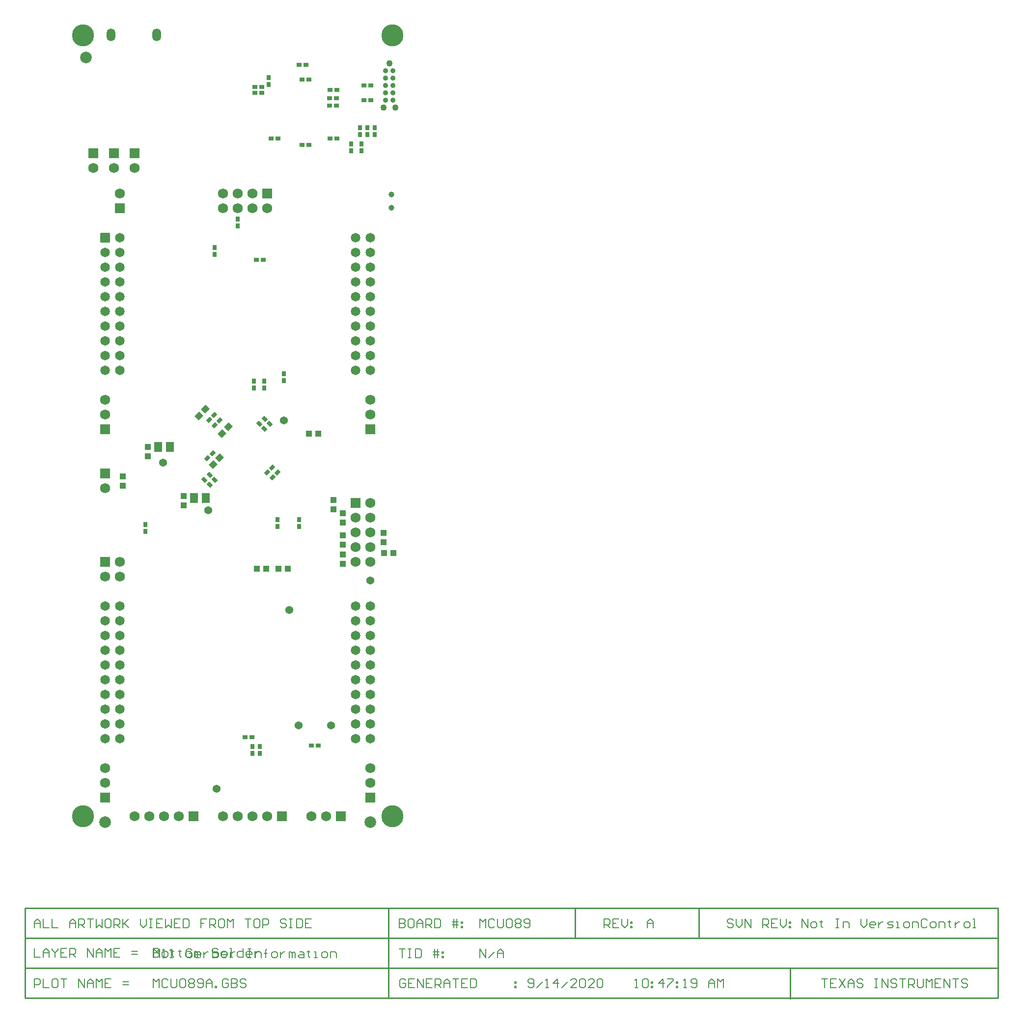
<source format=gbs>
G04*
G04 #@! TF.GenerationSoftware,Altium Limited,Altium Designer,20.1.14 (287)*
G04*
G04 Layer_Color=16711935*
%FSAX25Y25*%
%MOIN*%
G70*
G04*
G04 #@! TF.SameCoordinates,8DC34975-1D0C-4FB0-AB39-1F5E8F216BA0*
G04*
G04*
G04 #@! TF.FilePolarity,Negative*
G04*
G01*
G75*
%ADD13C,0.01000*%
%ADD22C,0.00800*%
%ADD96C,0.07874*%
%ADD104R,0.04140X0.04337*%
%ADD105R,0.02762X0.03550*%
%ADD106R,0.03550X0.02762*%
%ADD107R,0.04337X0.04140*%
%ADD109C,0.05400*%
%ADD110R,0.06896X0.06896*%
%ADD111C,0.06896*%
G04:AMPARAMS|DCode=112|XSize=68.96mil|YSize=68.96mil|CornerRadius=3.95mil|HoleSize=0mil|Usage=FLASHONLY|Rotation=180.000|XOffset=0mil|YOffset=0mil|HoleType=Round|Shape=RoundedRectangle|*
%AMROUNDEDRECTD112*
21,1,0.06896,0.06106,0,0,180.0*
21,1,0.06106,0.06896,0,0,180.0*
1,1,0.00790,-0.03053,0.03053*
1,1,0.00790,0.03053,0.03053*
1,1,0.00790,0.03053,-0.03053*
1,1,0.00790,-0.03053,-0.03053*
%
%ADD112ROUNDEDRECTD112*%
G04:AMPARAMS|DCode=113|XSize=68.96mil|YSize=68.96mil|CornerRadius=3.95mil|HoleSize=0mil|Usage=FLASHONLY|Rotation=270.000|XOffset=0mil|YOffset=0mil|HoleType=Round|Shape=RoundedRectangle|*
%AMROUNDEDRECTD113*
21,1,0.06896,0.06106,0,0,270.0*
21,1,0.06106,0.06896,0,0,270.0*
1,1,0.00790,-0.03053,-0.03053*
1,1,0.00790,-0.03053,0.03053*
1,1,0.00790,0.03053,0.03053*
1,1,0.00790,0.03053,-0.03053*
%
%ADD113ROUNDEDRECTD113*%
%ADD114C,0.04300*%
%ADD115C,0.03943*%
%ADD116C,0.15000*%
G04:AMPARAMS|DCode=117|XSize=86.68mil|YSize=59.12mil|CornerRadius=29.56mil|HoleSize=0mil|Usage=FLASHONLY|Rotation=270.000|XOffset=0mil|YOffset=0mil|HoleType=Round|Shape=RoundedRectangle|*
%AMROUNDEDRECTD117*
21,1,0.08668,0.00000,0,0,270.0*
21,1,0.02756,0.05912,0,0,270.0*
1,1,0.05912,0.00000,-0.01378*
1,1,0.05912,0.00000,0.01378*
1,1,0.05912,0.00000,0.01378*
1,1,0.05912,0.00000,-0.01378*
%
%ADD117ROUNDEDRECTD117*%
%ADD118C,0.06502*%
G04:AMPARAMS|DCode=119|XSize=65.02mil|YSize=65.02mil|CornerRadius=3.83mil|HoleSize=0mil|Usage=FLASHONLY|Rotation=270.000|XOffset=0mil|YOffset=0mil|HoleType=Round|Shape=RoundedRectangle|*
%AMROUNDEDRECTD119*
21,1,0.06502,0.05736,0,0,270.0*
21,1,0.05736,0.06502,0,0,270.0*
1,1,0.00766,-0.02868,-0.02868*
1,1,0.00766,-0.02868,0.02868*
1,1,0.00766,0.02868,0.02868*
1,1,0.00766,0.02868,-0.02868*
%
%ADD119ROUNDEDRECTD119*%
%ADD120R,0.06896X0.06896*%
%ADD145R,0.05400X0.06700*%
%ADD146C,0.03500*%
G04:AMPARAMS|DCode=147|XSize=41.4mil|YSize=43.37mil|CornerRadius=0mil|HoleSize=0mil|Usage=FLASHONLY|Rotation=315.000|XOffset=0mil|YOffset=0mil|HoleType=Round|Shape=Rectangle|*
%AMROTATEDRECTD147*
4,1,4,-0.02997,-0.00070,0.00070,0.02997,0.02997,0.00070,-0.00070,-0.02997,-0.02997,-0.00070,0.0*
%
%ADD147ROTATEDRECTD147*%

G04:AMPARAMS|DCode=148|XSize=27.62mil|YSize=35.5mil|CornerRadius=0mil|HoleSize=0mil|Usage=FLASHONLY|Rotation=225.000|XOffset=0mil|YOffset=0mil|HoleType=Round|Shape=Rectangle|*
%AMROTATEDRECTD148*
4,1,4,-0.00278,0.02232,0.02232,-0.00278,0.00278,-0.02232,-0.02232,0.00278,-0.00278,0.02232,0.0*
%
%ADD148ROTATEDRECTD148*%

G04:AMPARAMS|DCode=149|XSize=27.62mil|YSize=35.5mil|CornerRadius=0mil|HoleSize=0mil|Usage=FLASHONLY|Rotation=315.000|XOffset=0mil|YOffset=0mil|HoleType=Round|Shape=Rectangle|*
%AMROTATEDRECTD149*
4,1,4,-0.02232,-0.00278,0.00278,0.02232,0.02232,0.00278,-0.00278,-0.02232,-0.02232,-0.00278,0.0*
%
%ADD149ROTATEDRECTD149*%

G54D13*
X0559400Y0039400D02*
Y0059683D01*
X0440500Y0040050D02*
X0700200D01*
Y0101050D01*
X0286500Y0040050D02*
Y0101050D01*
X0040000Y0040050D02*
Y0101050D01*
X0040050Y0040050D02*
X0197600D01*
X0040050D02*
Y0101050D01*
X0700200D01*
X0040000Y0040050D02*
X0440500D01*
X0040000Y0060383D02*
X0700000D01*
X0040000Y0080717D02*
X0700200D01*
X0413200D02*
Y0101050D01*
X0497200Y0080717D02*
Y0101050D01*
G54D22*
X0126900Y0073549D02*
Y0067551D01*
X0129899D01*
X0130899Y0068550D01*
Y0069550D01*
X0129899Y0070550D01*
X0126900D01*
X0129899D01*
X0130899Y0071549D01*
Y0072549D01*
X0129899Y0073549D01*
X0126900D01*
X0133898Y0067551D02*
X0135897D01*
X0136897Y0068550D01*
Y0070550D01*
X0135897Y0071549D01*
X0133898D01*
X0132898Y0070550D01*
Y0068550D01*
X0133898Y0067551D01*
X0139896Y0072549D02*
Y0071549D01*
X0138896D01*
X0140895D01*
X0139896D01*
Y0068550D01*
X0140895Y0067551D01*
X0144894Y0072549D02*
Y0071549D01*
X0143895D01*
X0145894D01*
X0144894D01*
Y0068550D01*
X0145894Y0067551D01*
X0149893D02*
X0151892D01*
X0152892Y0068550D01*
Y0070550D01*
X0151892Y0071549D01*
X0149893D01*
X0148893Y0070550D01*
Y0068550D01*
X0149893Y0067551D01*
X0154891D02*
Y0071549D01*
X0155891D01*
X0156890Y0070550D01*
Y0067551D01*
Y0070550D01*
X0157890Y0071549D01*
X0158890Y0070550D01*
Y0067551D01*
X0170886Y0072549D02*
X0169886Y0073549D01*
X0167887D01*
X0166887Y0072549D01*
Y0071549D01*
X0167887Y0070550D01*
X0169886D01*
X0170886Y0069550D01*
Y0068550D01*
X0169886Y0067551D01*
X0167887D01*
X0166887Y0068550D01*
X0173885Y0067551D02*
X0175884D01*
X0176884Y0068550D01*
Y0070550D01*
X0175884Y0071549D01*
X0173885D01*
X0172885Y0070550D01*
Y0068550D01*
X0173885Y0067551D01*
X0178883D02*
X0180883D01*
X0179883D01*
Y0073549D01*
X0178883D01*
X0187880D02*
Y0067551D01*
X0184881D01*
X0183882Y0068550D01*
Y0070550D01*
X0184881Y0071549D01*
X0187880D01*
X0192879Y0067551D02*
X0190879D01*
X0189880Y0068550D01*
Y0070550D01*
X0190879Y0071549D01*
X0192879D01*
X0193878Y0070550D01*
Y0069550D01*
X0189880D01*
X0195878Y0071549D02*
Y0067551D01*
Y0069550D01*
X0196877Y0070550D01*
X0197877Y0071549D01*
X0198877D01*
X0127200Y0067400D02*
Y0073398D01*
X0129199Y0071399D01*
X0131199Y0073398D01*
Y0067400D01*
X0133198D02*
X0135197D01*
X0134198D01*
Y0073398D01*
X0133198Y0072398D01*
X0138196Y0067400D02*
X0140196D01*
X0139196D01*
Y0073398D01*
X0138196Y0072398D01*
X0153192D02*
X0152192Y0073398D01*
X0150193D01*
X0149193Y0072398D01*
Y0068400D01*
X0150193Y0067400D01*
X0152192D01*
X0153192Y0068400D01*
Y0070399D01*
X0151192D01*
X0158190Y0067400D02*
X0156191D01*
X0155191Y0068400D01*
Y0070399D01*
X0156191Y0071399D01*
X0158190D01*
X0159190Y0070399D01*
Y0069399D01*
X0155191D01*
X0161189Y0071399D02*
Y0067400D01*
Y0069399D01*
X0162189Y0070399D01*
X0163188Y0071399D01*
X0164188D01*
X0167187Y0073398D02*
Y0067400D01*
X0170186D01*
X0171186Y0068400D01*
Y0069399D01*
Y0070399D01*
X0170186Y0071399D01*
X0167187D01*
X0176184Y0067400D02*
X0174185D01*
X0173185Y0068400D01*
Y0070399D01*
X0174185Y0071399D01*
X0176184D01*
X0177184Y0070399D01*
Y0069399D01*
X0173185D01*
X0179183Y0071399D02*
Y0067400D01*
Y0069399D01*
X0180183Y0070399D01*
X0181183Y0071399D01*
X0182182D01*
X0191179Y0073398D02*
X0193179D01*
X0192179D01*
Y0067400D01*
X0191179D01*
X0193179D01*
X0196178D02*
Y0071399D01*
X0199177D01*
X0200176Y0070399D01*
Y0067400D01*
X0203175D02*
Y0072398D01*
Y0070399D01*
X0202176D01*
X0204175D01*
X0203175D01*
Y0072398D01*
X0204175Y0073398D01*
X0208174Y0067400D02*
X0210173D01*
X0211173Y0068400D01*
Y0070399D01*
X0210173Y0071399D01*
X0208174D01*
X0207174Y0070399D01*
Y0068400D01*
X0208174Y0067400D01*
X0213172Y0071399D02*
Y0067400D01*
Y0069399D01*
X0214172Y0070399D01*
X0215172Y0071399D01*
X0216171D01*
X0219170Y0067400D02*
Y0071399D01*
X0220170D01*
X0221170Y0070399D01*
Y0067400D01*
Y0070399D01*
X0222169Y0071399D01*
X0223169Y0070399D01*
Y0067400D01*
X0226168Y0071399D02*
X0228167D01*
X0229167Y0070399D01*
Y0067400D01*
X0226168D01*
X0225168Y0068400D01*
X0226168Y0069399D01*
X0229167D01*
X0232166Y0072398D02*
Y0071399D01*
X0231166D01*
X0233166D01*
X0232166D01*
Y0068400D01*
X0233166Y0067400D01*
X0236165D02*
X0238164D01*
X0237164D01*
Y0071399D01*
X0236165D01*
X0242163Y0067400D02*
X0244162D01*
X0245162Y0068400D01*
Y0070399D01*
X0244162Y0071399D01*
X0242163D01*
X0241163Y0070399D01*
Y0068400D01*
X0242163Y0067400D01*
X0247161D02*
Y0071399D01*
X0250160D01*
X0251160Y0070399D01*
Y0067400D01*
X0348550Y0067500D02*
Y0073498D01*
X0352549Y0067500D01*
Y0073498D01*
X0354548Y0067500D02*
X0358547Y0071499D01*
X0360546Y0067500D02*
Y0071499D01*
X0362545Y0073498D01*
X0364545Y0071499D01*
Y0067500D01*
Y0070499D01*
X0360546D01*
X0294000Y0073498D02*
X0297999D01*
X0295999D01*
Y0067500D01*
X0299998Y0073498D02*
X0301997D01*
X0300998D01*
Y0067500D01*
X0299998D01*
X0301997D01*
X0304996Y0073498D02*
Y0067500D01*
X0307996D01*
X0308995Y0068500D01*
Y0072498D01*
X0307996Y0073498D01*
X0304996D01*
X0317992Y0067500D02*
Y0073498D01*
X0319992D02*
Y0067500D01*
X0316993Y0071499D02*
X0319992D01*
X0320991D01*
X0316993Y0069499D02*
X0320991D01*
X0322991Y0071499D02*
X0323990D01*
Y0070499D01*
X0322991D01*
Y0071499D01*
Y0068500D02*
X0323990D01*
Y0067500D01*
X0322991D01*
Y0068500D01*
X0580500Y0052965D02*
X0584499D01*
X0582499D01*
Y0046966D01*
X0590497Y0052965D02*
X0586498D01*
Y0046966D01*
X0590497D01*
X0586498Y0049966D02*
X0588497D01*
X0592496Y0052965D02*
X0596495Y0046966D01*
Y0052965D02*
X0592496Y0046966D01*
X0598494D02*
Y0050965D01*
X0600493Y0052965D01*
X0602493Y0050965D01*
Y0046966D01*
Y0049966D01*
X0598494D01*
X0608491Y0051965D02*
X0607491Y0052965D01*
X0605492D01*
X0604492Y0051965D01*
Y0050965D01*
X0605492Y0049966D01*
X0607491D01*
X0608491Y0048966D01*
Y0047966D01*
X0607491Y0046966D01*
X0605492D01*
X0604492Y0047966D01*
X0616488Y0052965D02*
X0618488D01*
X0617488D01*
Y0046966D01*
X0616488D01*
X0618488D01*
X0621487D02*
Y0052965D01*
X0625486Y0046966D01*
Y0052965D01*
X0631484Y0051965D02*
X0630484Y0052965D01*
X0628484D01*
X0627485Y0051965D01*
Y0050965D01*
X0628484Y0049966D01*
X0630484D01*
X0631484Y0048966D01*
Y0047966D01*
X0630484Y0046966D01*
X0628484D01*
X0627485Y0047966D01*
X0633483Y0052965D02*
X0637482D01*
X0635482D01*
Y0046966D01*
X0639481D02*
Y0052965D01*
X0642480D01*
X0643480Y0051965D01*
Y0049966D01*
X0642480Y0048966D01*
X0639481D01*
X0641480D02*
X0643480Y0046966D01*
X0645479Y0052965D02*
Y0047966D01*
X0646479Y0046966D01*
X0648478D01*
X0649478Y0047966D01*
Y0052965D01*
X0651477Y0046966D02*
Y0052965D01*
X0653476Y0050965D01*
X0655476Y0052965D01*
Y0046966D01*
X0661474Y0052965D02*
X0657475D01*
Y0046966D01*
X0661474D01*
X0657475Y0049966D02*
X0659474D01*
X0663473Y0046966D02*
Y0052965D01*
X0667472Y0046966D01*
Y0052965D01*
X0669471D02*
X0673470D01*
X0671471D01*
Y0046966D01*
X0679468Y0051965D02*
X0678468Y0052965D01*
X0676469D01*
X0675469Y0051965D01*
Y0050965D01*
X0676469Y0049966D01*
X0678468D01*
X0679468Y0048966D01*
Y0047966D01*
X0678468Y0046966D01*
X0676469D01*
X0675469Y0047966D01*
X0454050Y0046966D02*
X0456049D01*
X0455050D01*
Y0052965D01*
X0454050Y0051965D01*
X0459048D02*
X0460048Y0052965D01*
X0462047D01*
X0463047Y0051965D01*
Y0047966D01*
X0462047Y0046966D01*
X0460048D01*
X0459048Y0047966D01*
Y0051965D01*
X0465046Y0050965D02*
X0466046D01*
Y0049966D01*
X0465046D01*
Y0050965D01*
Y0047966D02*
X0466046D01*
Y0046966D01*
X0465046D01*
Y0047966D01*
X0473044Y0046966D02*
Y0052965D01*
X0470045Y0049966D01*
X0474044D01*
X0476043Y0052965D02*
X0480042D01*
Y0051965D01*
X0476043Y0047966D01*
Y0046966D01*
X0482041Y0050965D02*
X0483041D01*
Y0049966D01*
X0482041D01*
Y0050965D01*
Y0047966D02*
X0483041D01*
Y0046966D01*
X0482041D01*
Y0047966D01*
X0487039Y0046966D02*
X0489039D01*
X0488039D01*
Y0052965D01*
X0487039Y0051965D01*
X0492038Y0047966D02*
X0493037Y0046966D01*
X0495037D01*
X0496036Y0047966D01*
Y0051965D01*
X0495037Y0052965D01*
X0493037D01*
X0492038Y0051965D01*
Y0050965D01*
X0493037Y0049966D01*
X0496036D01*
X0504034Y0046966D02*
Y0050965D01*
X0506033Y0052965D01*
X0508033Y0050965D01*
Y0046966D01*
Y0049966D01*
X0504034D01*
X0510032Y0046966D02*
Y0052965D01*
X0512031Y0050965D01*
X0514031Y0052965D01*
Y0046966D01*
X0046350D02*
Y0052965D01*
X0049349D01*
X0050349Y0051965D01*
Y0049966D01*
X0049349Y0048966D01*
X0046350D01*
X0052348Y0052965D02*
Y0046966D01*
X0056347D01*
X0061345Y0052965D02*
X0059346D01*
X0058346Y0051965D01*
Y0047966D01*
X0059346Y0046966D01*
X0061345D01*
X0062345Y0047966D01*
Y0051965D01*
X0061345Y0052965D01*
X0064344D02*
X0068343D01*
X0066343D01*
Y0046966D01*
X0076340D02*
Y0052965D01*
X0080339Y0046966D01*
Y0052965D01*
X0082338Y0046966D02*
Y0050965D01*
X0084338Y0052965D01*
X0086337Y0050965D01*
Y0046966D01*
Y0049966D01*
X0082338D01*
X0088336Y0046966D02*
Y0052965D01*
X0090336Y0050965D01*
X0092335Y0052965D01*
Y0046966D01*
X0098333Y0052965D02*
X0094335D01*
Y0046966D01*
X0098333D01*
X0094335Y0049966D02*
X0096334D01*
X0106331Y0048966D02*
X0110329D01*
X0106331Y0050965D02*
X0110329D01*
X0046350Y0073549D02*
Y0067551D01*
X0050349D01*
X0052348D02*
Y0071549D01*
X0054347Y0073549D01*
X0056347Y0071549D01*
Y0067551D01*
Y0070550D01*
X0052348D01*
X0058346Y0073549D02*
Y0072549D01*
X0060346Y0070550D01*
X0062345Y0072549D01*
Y0073549D01*
X0060346Y0070550D02*
Y0067551D01*
X0068343Y0073549D02*
X0064344D01*
Y0067551D01*
X0068343D01*
X0064344Y0070550D02*
X0066343D01*
X0070342Y0067551D02*
Y0073549D01*
X0073341D01*
X0074341Y0072549D01*
Y0070550D01*
X0073341Y0069550D01*
X0070342D01*
X0072342D02*
X0074341Y0067551D01*
X0082338D02*
Y0073549D01*
X0086337Y0067551D01*
Y0073549D01*
X0088336Y0067551D02*
Y0071549D01*
X0090336Y0073549D01*
X0092335Y0071549D01*
Y0067551D01*
Y0070550D01*
X0088336D01*
X0094335Y0067551D02*
Y0073549D01*
X0096334Y0071549D01*
X0098333Y0073549D01*
Y0067551D01*
X0104331Y0073549D02*
X0100332D01*
Y0067551D01*
X0104331D01*
X0100332Y0070550D02*
X0102332D01*
X0112329Y0069550D02*
X0116327D01*
X0112329Y0071549D02*
X0116327D01*
X0294000Y0093831D02*
Y0087833D01*
X0296999D01*
X0297999Y0088833D01*
Y0089833D01*
X0296999Y0090832D01*
X0294000D01*
X0296999D01*
X0297999Y0091832D01*
Y0092832D01*
X0296999Y0093831D01*
X0294000D01*
X0302997D02*
X0300998D01*
X0299998Y0092832D01*
Y0088833D01*
X0300998Y0087833D01*
X0302997D01*
X0303997Y0088833D01*
Y0092832D01*
X0302997Y0093831D01*
X0305996Y0087833D02*
Y0091832D01*
X0307996Y0093831D01*
X0309995Y0091832D01*
Y0087833D01*
Y0090832D01*
X0305996D01*
X0311994Y0087833D02*
Y0093831D01*
X0314993D01*
X0315993Y0092832D01*
Y0090832D01*
X0314993Y0089833D01*
X0311994D01*
X0313994D02*
X0315993Y0087833D01*
X0317992Y0093831D02*
Y0087833D01*
X0320991D01*
X0321991Y0088833D01*
Y0092832D01*
X0320991Y0093831D01*
X0317992D01*
X0330988Y0087833D02*
Y0093831D01*
X0332987D02*
Y0087833D01*
X0329988Y0091832D02*
X0332987D01*
X0333987D01*
X0329988Y0089833D02*
X0333987D01*
X0335986Y0091832D02*
X0336986D01*
Y0090832D01*
X0335986D01*
Y0091832D01*
Y0088833D02*
X0336986D01*
Y0087833D01*
X0335986D01*
Y0088833D01*
X0348550Y0087833D02*
Y0093831D01*
X0350549Y0091832D01*
X0352549Y0093831D01*
Y0087833D01*
X0358547Y0092832D02*
X0357547Y0093831D01*
X0355548D01*
X0354548Y0092832D01*
Y0088833D01*
X0355548Y0087833D01*
X0357547D01*
X0358547Y0088833D01*
X0360546Y0093831D02*
Y0088833D01*
X0361546Y0087833D01*
X0363545D01*
X0364545Y0088833D01*
Y0093831D01*
X0366544Y0092832D02*
X0367544Y0093831D01*
X0369543D01*
X0370543Y0092832D01*
Y0088833D01*
X0369543Y0087833D01*
X0367544D01*
X0366544Y0088833D01*
Y0092832D01*
X0372542D02*
X0373542Y0093831D01*
X0375541D01*
X0376541Y0092832D01*
Y0091832D01*
X0375541Y0090832D01*
X0376541Y0089833D01*
Y0088833D01*
X0375541Y0087833D01*
X0373542D01*
X0372542Y0088833D01*
Y0089833D01*
X0373542Y0090832D01*
X0372542Y0091832D01*
Y0092832D01*
X0373542Y0090832D02*
X0375541D01*
X0378540Y0088833D02*
X0379540Y0087833D01*
X0381539D01*
X0382539Y0088833D01*
Y0092832D01*
X0381539Y0093831D01*
X0379540D01*
X0378540Y0092832D01*
Y0091832D01*
X0379540Y0090832D01*
X0382539D01*
X0462150Y0087833D02*
Y0091832D01*
X0464149Y0093831D01*
X0466149Y0091832D01*
Y0087833D01*
Y0090832D01*
X0462150D01*
X0046350Y0087833D02*
Y0091832D01*
X0048349Y0093831D01*
X0050349Y0091832D01*
Y0087833D01*
Y0090832D01*
X0046350D01*
X0052348Y0093831D02*
Y0087833D01*
X0056347D01*
X0058346Y0093831D02*
Y0087833D01*
X0062345D01*
X0070342D02*
Y0091832D01*
X0072342Y0093831D01*
X0074341Y0091832D01*
Y0087833D01*
Y0090832D01*
X0070342D01*
X0076340Y0087833D02*
Y0093831D01*
X0079339D01*
X0080339Y0092832D01*
Y0090832D01*
X0079339Y0089833D01*
X0076340D01*
X0078340D02*
X0080339Y0087833D01*
X0082338Y0093831D02*
X0086337D01*
X0084338D01*
Y0087833D01*
X0088336Y0093831D02*
Y0087833D01*
X0090336Y0089833D01*
X0092335Y0087833D01*
Y0093831D01*
X0097334D02*
X0095334D01*
X0094335Y0092832D01*
Y0088833D01*
X0095334Y0087833D01*
X0097334D01*
X0098333Y0088833D01*
Y0092832D01*
X0097334Y0093831D01*
X0100332Y0087833D02*
Y0093831D01*
X0103332D01*
X0104331Y0092832D01*
Y0090832D01*
X0103332Y0089833D01*
X0100332D01*
X0102332D02*
X0104331Y0087833D01*
X0106331Y0093831D02*
Y0087833D01*
Y0089833D01*
X0110329Y0093831D01*
X0107330Y0090832D01*
X0110329Y0087833D01*
X0118327Y0093831D02*
Y0089833D01*
X0120326Y0087833D01*
X0122325Y0089833D01*
Y0093831D01*
X0124325D02*
X0126324D01*
X0125324D01*
Y0087833D01*
X0124325D01*
X0126324D01*
X0133322Y0093831D02*
X0129323D01*
Y0087833D01*
X0133322D01*
X0129323Y0090832D02*
X0131323D01*
X0135321Y0093831D02*
Y0087833D01*
X0137321Y0089833D01*
X0139320Y0087833D01*
Y0093831D01*
X0145318D02*
X0141319D01*
Y0087833D01*
X0145318D01*
X0141319Y0090832D02*
X0143319D01*
X0147317Y0093831D02*
Y0087833D01*
X0150316D01*
X0151316Y0088833D01*
Y0092832D01*
X0150316Y0093831D01*
X0147317D01*
X0163312D02*
X0159313D01*
Y0090832D01*
X0161313D01*
X0159313D01*
Y0087833D01*
X0165312D02*
Y0093831D01*
X0168310D01*
X0169310Y0092832D01*
Y0090832D01*
X0168310Y0089833D01*
X0165312D01*
X0167311D02*
X0169310Y0087833D01*
X0174309Y0093831D02*
X0172309D01*
X0171310Y0092832D01*
Y0088833D01*
X0172309Y0087833D01*
X0174309D01*
X0175308Y0088833D01*
Y0092832D01*
X0174309Y0093831D01*
X0177308Y0087833D02*
Y0093831D01*
X0179307Y0091832D01*
X0181306Y0093831D01*
Y0087833D01*
X0189304Y0093831D02*
X0193303D01*
X0191303D01*
Y0087833D01*
X0198301Y0093831D02*
X0196301D01*
X0195302Y0092832D01*
Y0088833D01*
X0196301Y0087833D01*
X0198301D01*
X0199301Y0088833D01*
Y0092832D01*
X0198301Y0093831D01*
X0201300Y0087833D02*
Y0093831D01*
X0204299D01*
X0205299Y0092832D01*
Y0090832D01*
X0204299Y0089833D01*
X0201300D01*
X0217295Y0092832D02*
X0216295Y0093831D01*
X0214296D01*
X0213296Y0092832D01*
Y0091832D01*
X0214296Y0090832D01*
X0216295D01*
X0217295Y0089833D01*
Y0088833D01*
X0216295Y0087833D01*
X0214296D01*
X0213296Y0088833D01*
X0219294Y0093831D02*
X0221293D01*
X0220294D01*
Y0087833D01*
X0219294D01*
X0221293D01*
X0224292Y0093831D02*
Y0087833D01*
X0227291D01*
X0228291Y0088833D01*
Y0092832D01*
X0227291Y0093831D01*
X0224292D01*
X0234289D02*
X0230291D01*
Y0087833D01*
X0234289D01*
X0230291Y0090832D02*
X0232290D01*
X0298199Y0051965D02*
X0297199Y0052965D01*
X0295200D01*
X0294200Y0051965D01*
Y0047966D01*
X0295200Y0046966D01*
X0297199D01*
X0298199Y0047966D01*
Y0049966D01*
X0296199D01*
X0304197Y0052965D02*
X0300198D01*
Y0046966D01*
X0304197D01*
X0300198Y0049966D02*
X0302197D01*
X0306196Y0046966D02*
Y0052965D01*
X0310195Y0046966D01*
Y0052965D01*
X0316193D02*
X0312194D01*
Y0046966D01*
X0316193D01*
X0312194Y0049966D02*
X0314194D01*
X0318192Y0046966D02*
Y0052965D01*
X0321191D01*
X0322191Y0051965D01*
Y0049966D01*
X0321191Y0048966D01*
X0318192D01*
X0320192D02*
X0322191Y0046966D01*
X0324190D02*
Y0050965D01*
X0326190Y0052965D01*
X0328189Y0050965D01*
Y0046966D01*
Y0049966D01*
X0324190D01*
X0330188Y0052965D02*
X0334187D01*
X0332188D01*
Y0046966D01*
X0340185Y0052965D02*
X0336186D01*
Y0046966D01*
X0340185D01*
X0336186Y0049966D02*
X0338186D01*
X0342184Y0052965D02*
Y0046966D01*
X0345183D01*
X0346183Y0047966D01*
Y0051965D01*
X0345183Y0052965D01*
X0342184D01*
X0372175Y0050965D02*
X0373175D01*
Y0049966D01*
X0372175D01*
Y0050965D01*
Y0047966D02*
X0373175D01*
Y0046966D01*
X0372175D01*
Y0047966D01*
X0381150D02*
X0382150Y0046966D01*
X0384149D01*
X0385149Y0047966D01*
Y0051965D01*
X0384149Y0052965D01*
X0382150D01*
X0381150Y0051965D01*
Y0050965D01*
X0382150Y0049966D01*
X0385149D01*
X0387148Y0046966D02*
X0391147Y0050965D01*
X0393146Y0046966D02*
X0395146D01*
X0394146D01*
Y0052965D01*
X0393146Y0051965D01*
X0401144Y0046966D02*
Y0052965D01*
X0398145Y0049966D01*
X0402143D01*
X0404143Y0046966D02*
X0408141Y0050965D01*
X0414139Y0046966D02*
X0410141D01*
X0414139Y0050965D01*
Y0051965D01*
X0413140Y0052965D01*
X0411140D01*
X0410141Y0051965D01*
X0416139D02*
X0417138Y0052965D01*
X0419138D01*
X0420137Y0051965D01*
Y0047966D01*
X0419138Y0046966D01*
X0417138D01*
X0416139Y0047966D01*
Y0051965D01*
X0426135Y0046966D02*
X0422137D01*
X0426135Y0050965D01*
Y0051965D01*
X0425136Y0052965D01*
X0423136D01*
X0422137Y0051965D01*
X0428135D02*
X0429135Y0052965D01*
X0431134D01*
X0432133Y0051965D01*
Y0047966D01*
X0431134Y0046966D01*
X0429135D01*
X0428135Y0047966D01*
Y0051965D01*
X0126900Y0046966D02*
Y0052965D01*
X0128899Y0050965D01*
X0130899Y0052965D01*
Y0046966D01*
X0136897Y0051965D02*
X0135897Y0052965D01*
X0133898D01*
X0132898Y0051965D01*
Y0047966D01*
X0133898Y0046966D01*
X0135897D01*
X0136897Y0047966D01*
X0138896Y0052965D02*
Y0047966D01*
X0139896Y0046966D01*
X0141895D01*
X0142895Y0047966D01*
Y0052965D01*
X0144894Y0051965D02*
X0145894Y0052965D01*
X0147893D01*
X0148893Y0051965D01*
Y0047966D01*
X0147893Y0046966D01*
X0145894D01*
X0144894Y0047966D01*
Y0051965D01*
X0150892D02*
X0151892Y0052965D01*
X0153891D01*
X0154891Y0051965D01*
Y0050965D01*
X0153891Y0049966D01*
X0154891Y0048966D01*
Y0047966D01*
X0153891Y0046966D01*
X0151892D01*
X0150892Y0047966D01*
Y0048966D01*
X0151892Y0049966D01*
X0150892Y0050965D01*
Y0051965D01*
X0151892Y0049966D02*
X0153891D01*
X0156890Y0047966D02*
X0157890Y0046966D01*
X0159889D01*
X0160889Y0047966D01*
Y0051965D01*
X0159889Y0052965D01*
X0157890D01*
X0156890Y0051965D01*
Y0050965D01*
X0157890Y0049966D01*
X0160889D01*
X0162888Y0046966D02*
Y0050965D01*
X0164888Y0052965D01*
X0166887Y0050965D01*
Y0046966D01*
Y0049966D01*
X0162888D01*
X0168886Y0046966D02*
Y0047966D01*
X0169886D01*
Y0046966D01*
X0168886D01*
X0177884Y0051965D02*
X0176884Y0052965D01*
X0174884D01*
X0173885Y0051965D01*
Y0047966D01*
X0174884Y0046966D01*
X0176884D01*
X0177884Y0047966D01*
Y0049966D01*
X0175884D01*
X0179883Y0052965D02*
Y0046966D01*
X0182882D01*
X0183882Y0047966D01*
Y0048966D01*
X0182882Y0049966D01*
X0179883D01*
X0182882D01*
X0183882Y0050965D01*
Y0051965D01*
X0182882Y0052965D01*
X0179883D01*
X0189880Y0051965D02*
X0188880Y0052965D01*
X0186881D01*
X0185881Y0051965D01*
Y0050965D01*
X0186881Y0049966D01*
X0188880D01*
X0189880Y0048966D01*
Y0047966D01*
X0188880Y0046966D01*
X0186881D01*
X0185881Y0047966D01*
X0433000Y0087833D02*
Y0093831D01*
X0435999D01*
X0436999Y0092832D01*
Y0090832D01*
X0435999Y0089833D01*
X0433000D01*
X0434999D02*
X0436999Y0087833D01*
X0442997Y0093831D02*
X0438998D01*
Y0087833D01*
X0442997D01*
X0438998Y0090832D02*
X0440997D01*
X0444996Y0093831D02*
Y0089833D01*
X0446995Y0087833D01*
X0448995Y0089833D01*
Y0093831D01*
X0450994Y0091832D02*
X0451994D01*
Y0090832D01*
X0450994D01*
Y0091832D01*
Y0088833D02*
X0451994D01*
Y0087833D01*
X0450994D01*
Y0088833D01*
X0520799Y0092832D02*
X0519799Y0093831D01*
X0517800D01*
X0516800Y0092832D01*
Y0091832D01*
X0517800Y0090832D01*
X0519799D01*
X0520799Y0089833D01*
Y0088833D01*
X0519799Y0087833D01*
X0517800D01*
X0516800Y0088833D01*
X0522798Y0093831D02*
Y0089833D01*
X0524797Y0087833D01*
X0526797Y0089833D01*
Y0093831D01*
X0528796Y0087833D02*
Y0093831D01*
X0532795Y0087833D01*
Y0093831D01*
X0540792Y0087833D02*
Y0093831D01*
X0543791D01*
X0544791Y0092832D01*
Y0090832D01*
X0543791Y0089833D01*
X0540792D01*
X0542792D02*
X0544791Y0087833D01*
X0550789Y0093831D02*
X0546790D01*
Y0087833D01*
X0550789D01*
X0546790Y0090832D02*
X0548790D01*
X0552788Y0093831D02*
Y0089833D01*
X0554788Y0087833D01*
X0556787Y0089833D01*
Y0093831D01*
X0558786Y0091832D02*
X0559786D01*
Y0090832D01*
X0558786D01*
Y0091832D01*
Y0088833D02*
X0559786D01*
Y0087833D01*
X0558786D01*
Y0088833D01*
X0567400Y0087833D02*
Y0093831D01*
X0571399Y0087833D01*
Y0093831D01*
X0574398Y0087833D02*
X0576397D01*
X0577397Y0088833D01*
Y0090832D01*
X0576397Y0091832D01*
X0574398D01*
X0573398Y0090832D01*
Y0088833D01*
X0574398Y0087833D01*
X0580396Y0092832D02*
Y0091832D01*
X0579396D01*
X0581395D01*
X0580396D01*
Y0088833D01*
X0581395Y0087833D01*
X0590393Y0093831D02*
X0592392D01*
X0591392D01*
Y0087833D01*
X0590393D01*
X0592392D01*
X0595391D02*
Y0091832D01*
X0598390D01*
X0599390Y0090832D01*
Y0087833D01*
X0607387Y0093831D02*
Y0089833D01*
X0609386Y0087833D01*
X0611386Y0089833D01*
Y0093831D01*
X0616384Y0087833D02*
X0614385D01*
X0613385Y0088833D01*
Y0090832D01*
X0614385Y0091832D01*
X0616384D01*
X0617384Y0090832D01*
Y0089833D01*
X0613385D01*
X0619383Y0091832D02*
Y0087833D01*
Y0089833D01*
X0620383Y0090832D01*
X0621383Y0091832D01*
X0622382D01*
X0625381Y0087833D02*
X0628380D01*
X0629380Y0088833D01*
X0628380Y0089833D01*
X0626381D01*
X0625381Y0090832D01*
X0626381Y0091832D01*
X0629380D01*
X0631379Y0087833D02*
X0633379D01*
X0632379D01*
Y0091832D01*
X0631379D01*
X0637377Y0087833D02*
X0639377D01*
X0640376Y0088833D01*
Y0090832D01*
X0639377Y0091832D01*
X0637377D01*
X0636378Y0090832D01*
Y0088833D01*
X0637377Y0087833D01*
X0642376D02*
Y0091832D01*
X0645375D01*
X0646374Y0090832D01*
Y0087833D01*
X0652373Y0092832D02*
X0651373Y0093831D01*
X0649373D01*
X0648374Y0092832D01*
Y0088833D01*
X0649373Y0087833D01*
X0651373D01*
X0652373Y0088833D01*
X0655372Y0087833D02*
X0657371D01*
X0658371Y0088833D01*
Y0090832D01*
X0657371Y0091832D01*
X0655372D01*
X0654372Y0090832D01*
Y0088833D01*
X0655372Y0087833D01*
X0660370D02*
Y0091832D01*
X0663369D01*
X0664369Y0090832D01*
Y0087833D01*
X0667368Y0092832D02*
Y0091832D01*
X0666368D01*
X0668367D01*
X0667368D01*
Y0088833D01*
X0668367Y0087833D01*
X0671366Y0091832D02*
Y0087833D01*
Y0089833D01*
X0672366Y0090832D01*
X0673366Y0091832D01*
X0674365D01*
X0678364Y0087833D02*
X0680364D01*
X0681363Y0088833D01*
Y0090832D01*
X0680364Y0091832D01*
X0678364D01*
X0677364Y0090832D01*
Y0088833D01*
X0678364Y0087833D01*
X0683362D02*
X0685362D01*
X0684362D01*
Y0093831D01*
X0683362D01*
G54D96*
X0274200Y0159400D02*
D03*
X0094200D02*
D03*
X0081200Y0678400D02*
D03*
G54D104*
X0249200Y0371750D02*
D03*
Y0378050D02*
D03*
X0123200Y0414050D02*
D03*
Y0407750D02*
D03*
X0147700Y0380550D02*
D03*
Y0374250D02*
D03*
X0106207Y0387750D02*
D03*
Y0394050D02*
D03*
X0255700Y0369050D02*
D03*
Y0362750D02*
D03*
X0283200Y0355550D02*
D03*
Y0349250D02*
D03*
X0255700Y0354050D02*
D03*
Y0347750D02*
D03*
Y0334750D02*
D03*
Y0341050D02*
D03*
G54D105*
X0205200Y0660038D02*
D03*
Y0664762D02*
D03*
X0268200Y0619762D02*
D03*
Y0615038D02*
D03*
X0267200Y0626038D02*
D03*
Y0630762D02*
D03*
X0272200D02*
D03*
Y0626038D02*
D03*
X0277200Y0630762D02*
D03*
Y0626038D02*
D03*
X0261200Y0619762D02*
D03*
Y0615038D02*
D03*
X0184200Y0568762D02*
D03*
Y0564038D02*
D03*
X0202224Y0454038D02*
D03*
Y0458762D02*
D03*
X0168700Y0544777D02*
D03*
Y0549502D02*
D03*
X0121700Y0356588D02*
D03*
Y0361312D02*
D03*
X0215700Y0463762D02*
D03*
Y0459038D02*
D03*
X0199440Y0205900D02*
D03*
Y0210624D02*
D03*
X0194436Y0210624D02*
D03*
Y0205900D02*
D03*
X0211417Y0360038D02*
D03*
Y0364762D02*
D03*
X0225984Y0364762D02*
D03*
Y0360038D02*
D03*
X0195306Y0454038D02*
D03*
Y0458762D02*
D03*
G54D106*
X0230562Y0673400D02*
D03*
X0225838D02*
D03*
X0251662Y0656400D02*
D03*
X0246938D02*
D03*
X0251562Y0623400D02*
D03*
X0246838D02*
D03*
X0232762Y0619100D02*
D03*
X0228038D02*
D03*
X0206838Y0623400D02*
D03*
X0211562D02*
D03*
X0200562Y0654200D02*
D03*
X0195838D02*
D03*
X0200562Y0658400D02*
D03*
X0195838D02*
D03*
X0251362Y0650800D02*
D03*
X0246638D02*
D03*
X0251362Y0645800D02*
D03*
X0246638D02*
D03*
X0227838Y0663400D02*
D03*
X0232562D02*
D03*
X0269838Y0659400D02*
D03*
X0274562D02*
D03*
Y0649400D02*
D03*
X0269838D02*
D03*
X0196928Y0540900D02*
D03*
X0201652D02*
D03*
X0189338Y0216905D02*
D03*
X0194062D02*
D03*
X0234338Y0211400D02*
D03*
X0239062D02*
D03*
G54D107*
X0197279Y0331400D02*
D03*
X0203578D02*
D03*
X0218145D02*
D03*
X0211846D02*
D03*
X0232506Y0422900D02*
D03*
X0238805D02*
D03*
X0283550Y0341900D02*
D03*
X0289850D02*
D03*
G54D109*
X0225700Y0224900D02*
D03*
X0247700D02*
D03*
X0169980Y0181900D02*
D03*
X0274200Y0323400D02*
D03*
X0215700Y0431900D02*
D03*
X0164200Y0370900D02*
D03*
X0133700Y0403400D02*
D03*
X0219200Y0303400D02*
D03*
G54D110*
X0094200Y0175900D02*
D03*
X0100200Y0613400D02*
D03*
X0094200Y0395900D02*
D03*
X0114200Y0613400D02*
D03*
X0086200D02*
D03*
X0274200Y0425900D02*
D03*
X0094200D02*
D03*
X0104200Y0575900D02*
D03*
X0274200Y0175900D02*
D03*
G54D111*
X0094200Y0185900D02*
D03*
Y0195900D02*
D03*
X0100200Y0603400D02*
D03*
X0144200Y0163400D02*
D03*
X0134200D02*
D03*
X0124200D02*
D03*
X0114200D02*
D03*
X0274200Y0335900D02*
D03*
X0264200D02*
D03*
X0274200Y0345900D02*
D03*
X0264200D02*
D03*
X0274200Y0355900D02*
D03*
X0264200D02*
D03*
X0274200Y0365900D02*
D03*
X0264200D02*
D03*
X0274200Y0375900D02*
D03*
X0204200Y0575900D02*
D03*
X0194200Y0585900D02*
D03*
Y0575900D02*
D03*
X0184200Y0585900D02*
D03*
Y0575900D02*
D03*
X0174200Y0585900D02*
D03*
Y0575900D02*
D03*
X0104200Y0335900D02*
D03*
X0094200Y0325900D02*
D03*
X0104200D02*
D03*
X0094200Y0385900D02*
D03*
X0204200Y0163400D02*
D03*
X0194200D02*
D03*
X0184200D02*
D03*
X0174200D02*
D03*
X0244200D02*
D03*
X0234200D02*
D03*
X0114200Y0603400D02*
D03*
X0086200D02*
D03*
X0274200Y0435900D02*
D03*
Y0445900D02*
D03*
X0094200Y0435900D02*
D03*
Y0445900D02*
D03*
X0104200Y0585900D02*
D03*
X0274200Y0185900D02*
D03*
Y0195900D02*
D03*
G54D112*
X0154200Y0163500D02*
D03*
X0204200Y0585900D02*
D03*
X0214200Y0163500D02*
D03*
G54D113*
X0264200Y0375900D02*
D03*
X0094200Y0335900D02*
D03*
G54D114*
X0287200Y0674400D02*
D03*
X0283200Y0644400D02*
D03*
X0291200D02*
D03*
G54D115*
X0288578Y0576372D02*
D03*
Y0585428D02*
D03*
G54D116*
X0289200Y0163400D02*
D03*
X0079200Y0693400D02*
D03*
X0289200D02*
D03*
X0079200Y0163400D02*
D03*
G54D117*
X0129251Y0693691D02*
D03*
X0098149D02*
D03*
G54D118*
X0274200Y0215900D02*
D03*
Y0225900D02*
D03*
Y0235900D02*
D03*
Y0245900D02*
D03*
Y0255900D02*
D03*
Y0265900D02*
D03*
Y0275900D02*
D03*
Y0285900D02*
D03*
Y0295900D02*
D03*
Y0305900D02*
D03*
X0264200Y0215900D02*
D03*
Y0225900D02*
D03*
Y0235900D02*
D03*
Y0245900D02*
D03*
Y0255900D02*
D03*
Y0265900D02*
D03*
Y0275900D02*
D03*
Y0285900D02*
D03*
Y0295900D02*
D03*
Y0305900D02*
D03*
X0094200D02*
D03*
Y0295900D02*
D03*
Y0285900D02*
D03*
Y0275900D02*
D03*
Y0265900D02*
D03*
Y0255900D02*
D03*
Y0245900D02*
D03*
Y0235900D02*
D03*
Y0225900D02*
D03*
Y0215900D02*
D03*
X0104200Y0305900D02*
D03*
Y0295900D02*
D03*
Y0285900D02*
D03*
Y0275900D02*
D03*
Y0265900D02*
D03*
Y0255900D02*
D03*
Y0245900D02*
D03*
Y0235900D02*
D03*
Y0225900D02*
D03*
Y0215900D02*
D03*
X0264200Y0555900D02*
D03*
Y0545900D02*
D03*
Y0535900D02*
D03*
Y0525900D02*
D03*
Y0515900D02*
D03*
Y0505900D02*
D03*
Y0495900D02*
D03*
Y0485900D02*
D03*
Y0475900D02*
D03*
Y0465900D02*
D03*
X0274200Y0555900D02*
D03*
Y0545900D02*
D03*
Y0535900D02*
D03*
Y0525900D02*
D03*
Y0515900D02*
D03*
Y0505900D02*
D03*
Y0495900D02*
D03*
Y0485900D02*
D03*
Y0475900D02*
D03*
Y0465900D02*
D03*
X0094200Y0545900D02*
D03*
Y0535900D02*
D03*
Y0525900D02*
D03*
Y0515900D02*
D03*
Y0505900D02*
D03*
Y0495900D02*
D03*
Y0485900D02*
D03*
Y0475900D02*
D03*
Y0465900D02*
D03*
X0104200Y0555900D02*
D03*
Y0545900D02*
D03*
Y0535900D02*
D03*
Y0525900D02*
D03*
Y0515900D02*
D03*
Y0505900D02*
D03*
Y0495900D02*
D03*
Y0485900D02*
D03*
Y0475900D02*
D03*
Y0465900D02*
D03*
G54D119*
X0094200Y0555900D02*
D03*
G54D120*
X0254200Y0163400D02*
D03*
G54D145*
X0162700Y0379400D02*
D03*
X0154700D02*
D03*
X0130200Y0413900D02*
D03*
X0138200D02*
D03*
G54D146*
X0289700Y0669400D02*
D03*
Y0664400D02*
D03*
Y0659400D02*
D03*
Y0654400D02*
D03*
Y0649400D02*
D03*
X0284700D02*
D03*
Y0654400D02*
D03*
Y0659400D02*
D03*
Y0664400D02*
D03*
Y0669400D02*
D03*
G54D147*
X0157973Y0435173D02*
D03*
X0162427Y0439627D02*
D03*
X0167630Y0402173D02*
D03*
X0172085Y0406627D02*
D03*
X0177927Y0427627D02*
D03*
X0173473Y0423173D02*
D03*
G54D148*
X0205870Y0429730D02*
D03*
X0202530Y0433070D02*
D03*
X0165296Y0395070D02*
D03*
X0168637Y0391730D02*
D03*
X0165137Y0388230D02*
D03*
X0161796Y0391570D02*
D03*
X0199030Y0429570D02*
D03*
X0202370Y0426230D02*
D03*
G54D149*
X0211370Y0396570D02*
D03*
X0208030Y0393230D02*
D03*
X0165030Y0432230D02*
D03*
X0168370Y0435570D02*
D03*
X0167137Y0409570D02*
D03*
X0163796Y0406230D02*
D03*
X0171870Y0432070D02*
D03*
X0168530Y0428730D02*
D03*
X0204385Y0396730D02*
D03*
X0207725Y0400070D02*
D03*
M02*

</source>
